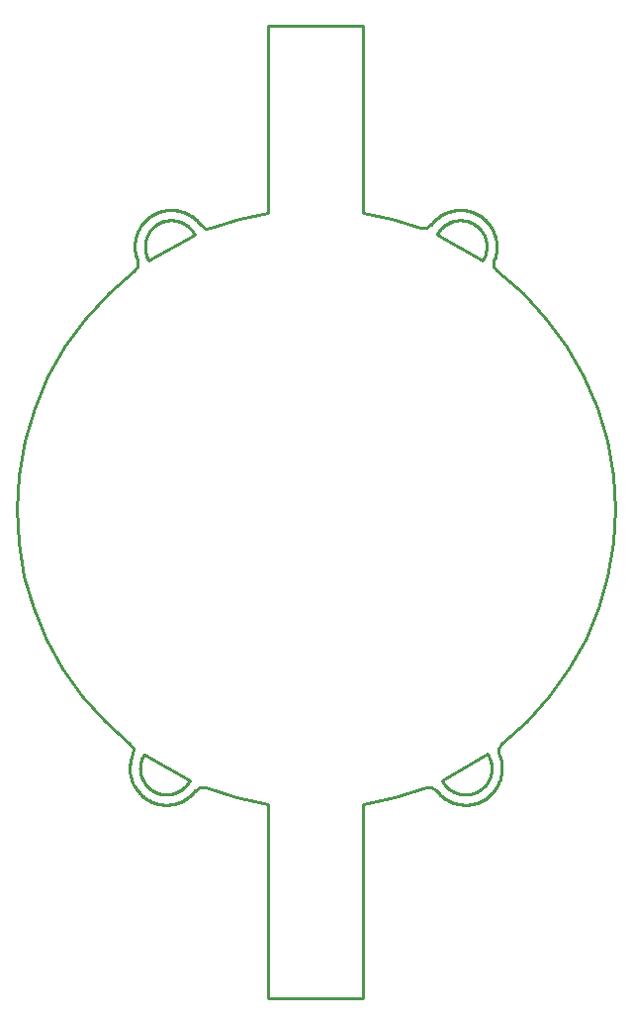
<source format=gko>
G04 EAGLE Gerber RS-274X export*
G75*
%MOMM*%
%FSLAX34Y34*%
%LPD*%
%INBoard Outline*%
%IPPOS*%
%AMOC8*
5,1,8,0,0,1.08239X$1,22.5*%
G01*
%ADD10C,0.254000*%
%ADD11C,0.254000*%


D10*
X215653Y165620D02*
X215653Y0D01*
X296562Y0D01*
X296562Y165561D01*
X323919Y171393D01*
X350454Y180214D01*
X355251Y180455D01*
X359206Y177743D01*
X359671Y177140D01*
X360150Y176548D01*
X360644Y175968D01*
X361152Y175400D01*
X361673Y174845D01*
X362207Y174303D01*
X362755Y173774D01*
X363316Y173258D01*
X363888Y172757D01*
X364473Y172269D01*
X365070Y171796D01*
X365678Y171337D01*
X366297Y170893D01*
X366926Y170465D01*
X367566Y170052D01*
X368216Y169655D01*
X368875Y169274D01*
X369543Y168908D01*
X370220Y168560D01*
X370906Y168228D01*
X371599Y167912D01*
X372300Y167614D01*
X373007Y167333D01*
X373722Y167069D01*
X374442Y166823D01*
X375169Y166594D01*
X375900Y166383D01*
X376637Y166190D01*
X377378Y166015D01*
X378123Y165858D01*
X378872Y165719D01*
X379624Y165599D01*
X380379Y165496D01*
X381135Y165413D01*
X381894Y165348D01*
X382654Y165301D01*
X383415Y165273D01*
X384177Y165263D01*
X384938Y165272D01*
X385699Y165299D01*
X386459Y165345D01*
X387218Y165410D01*
X387975Y165493D01*
X388730Y165594D01*
X389482Y165714D01*
X390231Y165852D01*
X390976Y166008D01*
X391717Y166183D01*
X392454Y166375D01*
X393186Y166586D01*
X393913Y166814D01*
X394633Y167059D01*
X395348Y167323D01*
X396056Y167603D01*
X396757Y167901D01*
X397450Y168215D01*
X398136Y168547D01*
X398813Y168895D01*
X399482Y169260D01*
X400141Y169640D01*
X400791Y170037D01*
X401432Y170449D01*
X402062Y170877D01*
X402681Y171320D01*
X403289Y171778D01*
X403886Y172251D01*
X404472Y172738D01*
X405045Y173239D01*
X405606Y173754D01*
X406154Y174283D01*
X406689Y174825D01*
X407211Y175379D01*
X407719Y175946D01*
X408213Y176526D01*
X408693Y177117D01*
X409159Y177720D01*
X409609Y178334D01*
X410045Y178959D01*
X410465Y179594D01*
X410869Y180239D01*
X411258Y180894D01*
X411630Y181558D01*
X411987Y182231D01*
X412326Y182913D01*
X412649Y183602D01*
X412955Y184300D01*
X413245Y185004D01*
X413516Y185715D01*
X413771Y186433D01*
X414008Y187157D01*
X414227Y187886D01*
X414428Y188621D01*
X414611Y189360D01*
X414777Y190103D01*
X414924Y190850D01*
X415053Y191601D01*
X415163Y192354D01*
X415255Y193110D01*
X415329Y193868D01*
X415384Y194628D01*
X415421Y195388D01*
X415439Y196150D01*
X415438Y196911D01*
X415419Y197673D01*
X415382Y198433D01*
X415326Y199193D01*
X415251Y199950D01*
X415158Y200706D01*
X415047Y201460D01*
X414917Y202210D01*
X414769Y202957D01*
X414603Y203700D01*
X414419Y204439D01*
X414217Y205173D01*
X413997Y205902D01*
X413759Y206626D01*
X413504Y207343D01*
X413232Y208054D01*
X412942Y208759D01*
X412575Y213551D01*
X415185Y217577D01*
X436725Y236697D01*
X456007Y258118D01*
X472736Y281512D01*
X486738Y306647D01*
X497834Y333259D01*
X505808Y360843D01*
X510609Y389121D01*
X512214Y417889D01*
X510507Y447326D01*
X505425Y476268D01*
X497024Y504471D01*
X485404Y531598D01*
X470793Y557183D01*
X453378Y580960D01*
X433372Y602650D01*
X411082Y621912D01*
X408413Y625910D01*
X408716Y630700D01*
X408996Y631408D01*
X409259Y632123D01*
X409504Y632844D01*
X409732Y633571D01*
X409942Y634303D01*
X410134Y635040D01*
X410308Y635781D01*
X410464Y636527D01*
X410602Y637276D01*
X410721Y638028D01*
X410822Y638783D01*
X410905Y639540D01*
X410969Y640299D01*
X411014Y641059D01*
X411041Y641820D01*
X411050Y642582D01*
X411040Y643343D01*
X411011Y644104D01*
X410964Y644864D01*
X410899Y645623D01*
X410815Y646380D01*
X410712Y647135D01*
X410591Y647887D01*
X410452Y648635D01*
X410295Y649380D01*
X410119Y650122D01*
X409926Y650858D01*
X409714Y651590D01*
X409485Y652316D01*
X409238Y653037D01*
X408974Y653751D01*
X408692Y654458D01*
X408394Y655159D01*
X408078Y655852D01*
X407745Y656537D01*
X407396Y657214D01*
X407031Y657882D01*
X406649Y658541D01*
X406251Y659191D01*
X405838Y659830D01*
X405409Y660460D01*
X404965Y661079D01*
X404506Y661686D01*
X404033Y662283D01*
X403545Y662867D01*
X403042Y663440D01*
X402527Y664000D01*
X401997Y664548D01*
X401454Y665082D01*
X400899Y665603D01*
X400331Y666110D01*
X399751Y666604D01*
X399159Y667083D01*
X398555Y667547D01*
X397940Y667997D01*
X397315Y668431D01*
X396679Y668850D01*
X396033Y669254D01*
X395378Y669642D01*
X394713Y670013D01*
X394039Y670368D01*
X393357Y670707D01*
X392667Y671029D01*
X391969Y671334D01*
X391264Y671622D01*
X390552Y671893D01*
X389834Y672146D01*
X389110Y672382D01*
X388380Y672600D01*
X387645Y672800D01*
X386906Y672982D01*
X386162Y673147D01*
X385415Y673292D01*
X384664Y673420D01*
X383910Y673530D01*
X383154Y673620D01*
X382396Y673693D01*
X381636Y673747D01*
X380875Y673782D01*
X380114Y673799D01*
X379353Y673798D01*
X378591Y673778D01*
X377831Y673739D01*
X377071Y673682D01*
X376313Y673606D01*
X375558Y673512D01*
X374804Y673399D01*
X374054Y673268D01*
X373307Y673119D01*
X372564Y672952D01*
X371826Y672766D01*
X371092Y672563D01*
X370363Y672342D01*
X369640Y672103D01*
X368923Y671847D01*
X368212Y671573D01*
X367508Y671282D01*
X366812Y670974D01*
X366123Y670649D01*
X365442Y670307D01*
X364770Y669949D01*
X364107Y669575D01*
X363453Y669184D01*
X362809Y668778D01*
X362175Y668356D01*
X361551Y667919D01*
X360938Y667467D01*
X360337Y667000D01*
X359747Y666518D01*
X359169Y666022D01*
X358603Y665513D01*
X358050Y664989D01*
X357509Y664453D01*
X356982Y663903D01*
X356469Y663341D01*
X355969Y662766D01*
X355483Y662179D01*
X355012Y661581D01*
X354556Y660971D01*
X350634Y658202D01*
X345844Y658377D01*
X321547Y666175D01*
X296562Y671442D01*
X296562Y831445D01*
X215653Y831445D01*
X215653Y671383D01*
X190680Y666091D01*
X166386Y658312D01*
X161586Y658147D01*
X157674Y660922D01*
X157219Y661533D01*
X156749Y662132D01*
X156264Y662719D01*
X155766Y663295D01*
X155254Y663858D01*
X154728Y664409D01*
X154188Y664947D01*
X153636Y665471D01*
X153071Y665982D01*
X152494Y666479D01*
X151905Y666961D01*
X151305Y667430D01*
X150693Y667883D01*
X150070Y668321D01*
X149437Y668744D01*
X148794Y669152D01*
X148141Y669544D01*
X147478Y669919D01*
X146807Y670279D01*
X146127Y670622D01*
X145439Y670948D01*
X144743Y671257D01*
X144040Y671550D01*
X143330Y671825D01*
X142614Y672083D01*
X141891Y672323D01*
X141163Y672546D01*
X140429Y672750D01*
X139691Y672937D01*
X138949Y673106D01*
X138202Y673257D01*
X137452Y673389D01*
X136699Y673503D01*
X135944Y673599D01*
X135186Y673676D01*
X134427Y673735D01*
X133667Y673775D01*
X132905Y673797D01*
X132144Y673800D01*
X131383Y673785D01*
X130622Y673751D01*
X129862Y673698D01*
X129104Y673627D01*
X128348Y673538D01*
X127594Y673430D01*
X126843Y673304D01*
X126095Y673160D01*
X125351Y672997D01*
X124612Y672816D01*
X123876Y672618D01*
X123146Y672401D01*
X122422Y672167D01*
X121703Y671915D01*
X120991Y671646D01*
X120285Y671360D01*
X119587Y671056D01*
X118896Y670736D01*
X118213Y670398D01*
X117539Y670044D01*
X116873Y669674D01*
X116217Y669288D01*
X115571Y668886D01*
X114934Y668468D01*
X114307Y668035D01*
X113692Y667587D01*
X113087Y667124D01*
X112494Y666646D01*
X111913Y666154D01*
X111344Y665648D01*
X110788Y665128D01*
X110244Y664595D01*
X109713Y664049D01*
X109196Y663490D01*
X108693Y662918D01*
X108204Y662335D01*
X107729Y661739D01*
X107269Y661133D01*
X106823Y660515D01*
X106393Y659887D01*
X105979Y659248D01*
X105580Y658599D01*
X105197Y657941D01*
X104830Y657274D01*
X104479Y656598D01*
X104145Y655914D01*
X103828Y655221D01*
X103528Y654521D01*
X103244Y653815D01*
X102979Y653101D01*
X102730Y652381D01*
X102500Y651655D01*
X102287Y650924D01*
X102092Y650188D01*
X101915Y649448D01*
X101756Y648703D01*
X101615Y647954D01*
X101492Y647203D01*
X101388Y646449D01*
X101302Y645692D01*
X101235Y644933D01*
X101186Y644173D01*
X101156Y643413D01*
X101144Y642651D01*
X101151Y641890D01*
X101176Y641129D01*
X101220Y640368D01*
X101283Y639609D01*
X101364Y638852D01*
X101463Y638097D01*
X101581Y637345D01*
X101717Y636596D01*
X101871Y635850D01*
X102043Y635108D01*
X102234Y634371D01*
X102442Y633638D01*
X102668Y632911D01*
X102912Y632190D01*
X103173Y631475D01*
X103451Y630766D01*
X103452Y630766D02*
X103742Y625968D01*
X101067Y621984D01*
X78721Y602741D01*
X58683Y581055D01*
X41271Y557279D01*
X26677Y531675D01*
X15089Y504512D01*
X6734Y476297D01*
X1691Y447346D01*
X2Y417889D01*
X1604Y389109D01*
X6401Y360803D01*
X14380Y333177D01*
X25478Y306554D01*
X39488Y281417D01*
X56252Y258007D01*
X75572Y236595D01*
X97124Y217523D01*
X99743Y213494D01*
X99382Y208710D01*
X99094Y208006D01*
X98822Y207294D01*
X98568Y206577D01*
X98332Y205853D01*
X98113Y205123D01*
X97912Y204389D01*
X97730Y203650D01*
X97565Y202906D01*
X97418Y202159D01*
X97290Y201409D01*
X97180Y200655D01*
X97088Y199899D01*
X97015Y199141D01*
X96960Y198382D01*
X96924Y197621D01*
X96906Y196860D01*
X96907Y196099D01*
X96926Y195337D01*
X96964Y194577D01*
X97021Y193818D01*
X97095Y193060D01*
X97189Y192304D01*
X97301Y191551D01*
X97431Y190801D01*
X97579Y190054D01*
X97746Y189311D01*
X97930Y188572D01*
X98133Y187838D01*
X98353Y187109D01*
X98591Y186386D01*
X98846Y185669D01*
X99119Y184958D01*
X99409Y184254D01*
X99717Y183557D01*
X100041Y182868D01*
X100382Y182187D01*
X100739Y181515D01*
X101113Y180851D01*
X101502Y180197D01*
X101908Y179553D01*
X102329Y178918D01*
X102765Y178294D01*
X103217Y177681D01*
X103683Y177079D01*
X104164Y176488D01*
X104659Y175910D01*
X105168Y175344D01*
X105690Y174790D01*
X106226Y174249D01*
X106775Y173721D01*
X107337Y173207D01*
X107911Y172707D01*
X108497Y172221D01*
X109095Y171749D01*
X109704Y171292D01*
X110324Y170850D01*
X110954Y170423D01*
X111595Y170012D01*
X112246Y169616D01*
X112906Y169237D01*
X113575Y168873D01*
X114253Y168526D01*
X114939Y168196D01*
X115633Y167882D01*
X116334Y167586D01*
X117042Y167306D01*
X117757Y167044D01*
X118478Y166800D01*
X119205Y166573D01*
X119937Y166364D01*
X120674Y166172D01*
X121416Y165999D01*
X122161Y165844D01*
X122910Y165707D01*
X123662Y165588D01*
X124417Y165488D01*
X125174Y165406D01*
X125933Y165343D01*
X126693Y165298D01*
X127454Y165272D01*
X128216Y165264D01*
X128977Y165275D01*
X129738Y165304D01*
X130498Y165352D01*
X131256Y165418D01*
X132013Y165503D01*
X132767Y165606D01*
X133519Y165728D01*
X134268Y165868D01*
X135012Y166026D01*
X135753Y166202D01*
X136490Y166396D01*
X137221Y166608D01*
X137947Y166838D01*
X138667Y167085D01*
X139381Y167350D01*
X140088Y167632D01*
X140788Y167932D01*
X141481Y168248D01*
X142166Y168581D01*
X142842Y168931D01*
X143510Y169297D01*
X144168Y169679D01*
X144817Y170077D01*
X145456Y170491D01*
X146085Y170920D01*
X146704Y171365D01*
X147311Y171824D01*
X147907Y172298D01*
X148491Y172787D01*
X149063Y173289D01*
X149622Y173806D01*
X150169Y174336D01*
X150703Y174878D01*
X151224Y175434D01*
X151730Y176003D01*
X152223Y176583D01*
X152702Y177176D01*
X153166Y177779D01*
X153165Y177779D02*
X157125Y180499D01*
X161916Y180261D01*
X188372Y171476D02*
X215653Y165620D01*
X188372Y171476D02*
X161916Y180261D01*
X364229Y186132D02*
X403162Y208611D01*
X403452Y208143D01*
X403731Y207668D01*
X403998Y207187D01*
X404253Y206699D01*
X404496Y206205D01*
X404728Y205705D01*
X404946Y205200D01*
X405153Y204690D01*
X405346Y204175D01*
X405527Y203655D01*
X405696Y203131D01*
X405851Y202603D01*
X405994Y202071D01*
X406123Y201536D01*
X406240Y200998D01*
X406343Y200457D01*
X406433Y199914D01*
X406509Y199369D01*
X406572Y198822D01*
X406622Y198273D01*
X406658Y197724D01*
X406681Y197174D01*
X406691Y196624D01*
X406687Y196073D01*
X406669Y195523D01*
X406638Y194973D01*
X406594Y194425D01*
X406536Y193877D01*
X406465Y193331D01*
X406380Y192787D01*
X406283Y192246D01*
X406172Y191706D01*
X406047Y191170D01*
X405910Y190637D01*
X405760Y190107D01*
X405597Y189582D01*
X405421Y189060D01*
X405232Y188543D01*
X405031Y188030D01*
X404817Y187523D01*
X404591Y187021D01*
X404353Y186525D01*
X404102Y186035D01*
X403840Y185551D01*
X403566Y185073D01*
X403280Y184603D01*
X402983Y184139D01*
X402675Y183683D01*
X402355Y183235D01*
X402025Y182794D01*
X401684Y182362D01*
X401333Y181939D01*
X400971Y181524D01*
X400599Y181117D01*
X400218Y180721D01*
X399826Y180333D01*
X399426Y179956D01*
X399016Y179588D01*
X398598Y179230D01*
X398171Y178883D01*
X397735Y178546D01*
X397292Y178220D01*
X396840Y177905D01*
X396381Y177601D01*
X395915Y177309D01*
X395441Y177028D01*
X394961Y176758D01*
X394475Y176501D01*
X393982Y176255D01*
X393484Y176022D01*
X392979Y175800D01*
X392470Y175592D01*
X391956Y175395D01*
X391437Y175212D01*
X390913Y175041D01*
X390386Y174883D01*
X389855Y174738D01*
X389321Y174606D01*
X388783Y174487D01*
X388243Y174381D01*
X387700Y174288D01*
X387155Y174209D01*
X386609Y174143D01*
X386061Y174091D01*
X385512Y174052D01*
X384962Y174026D01*
X384412Y174014D01*
X383861Y174015D01*
X383311Y174030D01*
X382761Y174058D01*
X382212Y174100D01*
X381664Y174155D01*
X381118Y174224D01*
X380574Y174306D01*
X380031Y174401D01*
X379492Y174509D01*
X378955Y174631D01*
X378421Y174765D01*
X377891Y174913D01*
X377364Y175074D01*
X376842Y175247D01*
X376324Y175433D01*
X375810Y175632D01*
X375302Y175843D01*
X374799Y176067D01*
X374302Y176303D01*
X373810Y176551D01*
X373325Y176811D01*
X372846Y177083D01*
X372374Y177366D01*
X371909Y177661D01*
X371452Y177967D01*
X371002Y178284D01*
X370560Y178612D01*
X370126Y178951D01*
X369700Y179300D01*
X369284Y179660D01*
X368876Y180030D01*
X368477Y180410D01*
X368088Y180799D01*
X367708Y181197D01*
X367338Y181605D01*
X366979Y182022D01*
X366629Y182447D01*
X366291Y182881D01*
X365962Y183323D01*
X365645Y183773D01*
X365339Y184231D01*
X365044Y184696D01*
X364761Y185168D01*
X364489Y185646D01*
X364229Y186132D01*
X398934Y630712D02*
X359698Y652656D01*
X359951Y653145D01*
X360217Y653627D01*
X360494Y654103D01*
X360782Y654572D01*
X361082Y655034D01*
X361393Y655488D01*
X361715Y655934D01*
X362048Y656373D01*
X362391Y656803D01*
X362745Y657225D01*
X363109Y657638D01*
X363483Y658042D01*
X363867Y658436D01*
X364261Y658821D01*
X364664Y659197D01*
X365075Y659562D01*
X365496Y659917D01*
X365925Y660262D01*
X366363Y660596D01*
X366808Y660919D01*
X367261Y661232D01*
X367722Y661533D01*
X368190Y661823D01*
X368665Y662101D01*
X369147Y662368D01*
X369635Y662622D01*
X370129Y662865D01*
X370629Y663096D01*
X371135Y663314D01*
X371645Y663520D01*
X372161Y663713D01*
X372681Y663894D01*
X373205Y664061D01*
X373733Y664216D01*
X374265Y664358D01*
X374801Y664487D01*
X375339Y664603D01*
X375880Y664706D01*
X376423Y664795D01*
X376968Y664871D01*
X377515Y664934D01*
X378063Y664983D01*
X378613Y665019D01*
X379163Y665041D01*
X379713Y665050D01*
X380264Y665045D01*
X380814Y665027D01*
X381364Y664996D01*
X381912Y664951D01*
X382460Y664892D01*
X383006Y664821D01*
X383550Y664736D01*
X384091Y664637D01*
X384630Y664526D01*
X385167Y664401D01*
X385700Y664263D01*
X386229Y664112D01*
X386755Y663949D01*
X387276Y663772D01*
X387793Y663583D01*
X388305Y663381D01*
X388812Y663167D01*
X389314Y662940D01*
X389810Y662701D01*
X390300Y662450D01*
X390784Y662187D01*
X391261Y661913D01*
X391731Y661627D01*
X392194Y661329D01*
X392650Y661020D01*
X393098Y660700D01*
X393538Y660370D01*
X393970Y660028D01*
X394394Y659676D01*
X394808Y659314D01*
X395214Y658942D01*
X395610Y658560D01*
X395997Y658168D01*
X396375Y657767D01*
X396742Y657357D01*
X397099Y656938D01*
X397446Y656511D01*
X397782Y656075D01*
X398108Y655631D01*
X398422Y655179D01*
X398726Y654720D01*
X399018Y654253D01*
X399298Y653779D01*
X399567Y653299D01*
X399824Y652812D01*
X400069Y652319D01*
X400302Y651820D01*
X400523Y651316D01*
X400731Y650806D01*
X400927Y650292D01*
X401110Y649773D01*
X401281Y649249D01*
X401438Y648722D01*
X401583Y648190D01*
X401714Y647656D01*
X401832Y647118D01*
X401938Y646578D01*
X402029Y646035D01*
X402108Y645490D01*
X402173Y644944D01*
X402225Y644395D01*
X402264Y643846D01*
X402289Y643296D01*
X402300Y642746D01*
X402298Y642195D01*
X402283Y641645D01*
X402254Y641095D01*
X402212Y640546D01*
X402156Y639999D01*
X402087Y639452D01*
X402004Y638908D01*
X401909Y638366D01*
X401800Y637826D01*
X401677Y637290D01*
X401542Y636756D01*
X401394Y636226D01*
X401233Y635699D01*
X401059Y635177D01*
X400872Y634659D01*
X400673Y634146D01*
X400461Y633638D01*
X400236Y633135D01*
X400000Y632638D01*
X399751Y632147D01*
X399491Y631662D01*
X399219Y631183D01*
X398935Y630712D01*
X148132Y186163D02*
X109162Y208578D01*
X108873Y208110D01*
X108595Y207634D01*
X108329Y207153D01*
X108074Y206664D01*
X107832Y206170D01*
X107602Y205670D01*
X107384Y205165D01*
X107178Y204654D01*
X106986Y204138D01*
X106805Y203618D01*
X106638Y203094D01*
X106483Y202565D01*
X106342Y202034D01*
X106213Y201498D01*
X106098Y200960D01*
X105996Y200419D01*
X105907Y199876D01*
X105831Y199331D01*
X105769Y198784D01*
X105720Y198235D01*
X105685Y197686D01*
X105663Y197136D01*
X105654Y196586D01*
X105659Y196035D01*
X105677Y195485D01*
X105709Y194935D01*
X105755Y194387D01*
X105813Y193839D01*
X105885Y193294D01*
X105971Y192750D01*
X106070Y192208D01*
X106182Y191669D01*
X106307Y191133D01*
X106445Y190600D01*
X106596Y190071D01*
X106760Y189546D01*
X106937Y189024D01*
X107126Y188508D01*
X107328Y187996D01*
X107543Y187489D01*
X107770Y186987D01*
X108009Y186491D01*
X108260Y186001D01*
X108523Y185518D01*
X108798Y185041D01*
X109085Y184571D01*
X109383Y184108D01*
X109692Y183652D01*
X110012Y183205D01*
X110343Y182765D01*
X110685Y182333D01*
X111037Y181910D01*
X111399Y181496D01*
X111771Y181090D01*
X112154Y180694D01*
X112545Y180307D01*
X112947Y179930D01*
X113357Y179563D01*
X113776Y179206D01*
X114203Y178860D01*
X114640Y178524D01*
X115084Y178199D01*
X115536Y177884D01*
X115995Y177581D01*
X116462Y177289D01*
X116936Y177009D01*
X117416Y176741D01*
X117903Y176484D01*
X118396Y176239D01*
X118895Y176006D01*
X119399Y175786D01*
X119909Y175578D01*
X120424Y175383D01*
X120943Y175200D01*
X121467Y175030D01*
X121994Y174873D01*
X122525Y174728D01*
X123060Y174597D01*
X123598Y174479D01*
X124138Y174374D01*
X124681Y174283D01*
X125226Y174204D01*
X125772Y174139D01*
X126320Y174088D01*
X126870Y174050D01*
X127420Y174025D01*
X127970Y174014D01*
X128520Y174016D01*
X129071Y174032D01*
X129620Y174061D01*
X130169Y174103D01*
X130717Y174159D01*
X131263Y174229D01*
X131807Y174312D01*
X132349Y174408D01*
X132889Y174517D01*
X133425Y174639D01*
X133959Y174775D01*
X134489Y174923D01*
X135015Y175085D01*
X135537Y175259D01*
X136055Y175446D01*
X136568Y175645D01*
X137076Y175858D01*
X137579Y176082D01*
X138076Y176319D01*
X138567Y176567D01*
X139052Y176828D01*
X139530Y177101D01*
X140001Y177385D01*
X140466Y177680D01*
X140923Y177987D01*
X141372Y178305D01*
X141814Y178634D01*
X142247Y178973D01*
X142672Y179323D01*
X143088Y179684D01*
X143495Y180054D01*
X143893Y180434D01*
X144282Y180824D01*
X144661Y181223D01*
X145030Y181632D01*
X145389Y182049D01*
X145738Y182475D01*
X146076Y182909D01*
X146403Y183352D01*
X146720Y183802D01*
X147025Y184260D01*
X147319Y184726D01*
X147602Y185198D01*
X147873Y185677D01*
X148132Y186163D01*
X113233Y630757D02*
X152519Y652614D01*
X152518Y652614D02*
X152266Y653103D01*
X152002Y653586D01*
X151726Y654063D01*
X151439Y654532D01*
X151140Y654994D01*
X150830Y655449D01*
X150509Y655896D01*
X150177Y656336D01*
X149834Y656767D01*
X149481Y657189D01*
X149118Y657603D01*
X148745Y658007D01*
X148362Y658403D01*
X147969Y658789D01*
X147567Y659165D01*
X147156Y659531D01*
X146737Y659887D01*
X146308Y660233D01*
X145871Y660568D01*
X145427Y660892D01*
X144974Y661206D01*
X144514Y661508D01*
X144046Y661799D01*
X143572Y662078D01*
X143091Y662346D01*
X142604Y662601D01*
X142110Y662845D01*
X141611Y663077D01*
X141106Y663296D01*
X140596Y663503D01*
X140080Y663697D01*
X139561Y663879D01*
X139037Y664048D01*
X138509Y664204D01*
X137977Y664347D01*
X137443Y664477D01*
X136905Y664594D01*
X136364Y664698D01*
X135821Y664788D01*
X135276Y664866D01*
X134729Y664930D01*
X134181Y664980D01*
X133632Y665017D01*
X133082Y665040D01*
X132531Y665051D01*
X131981Y665047D01*
X131431Y665030D01*
X130881Y665000D01*
X130332Y664956D01*
X129785Y664899D01*
X129239Y664829D01*
X128695Y664745D01*
X128153Y664648D01*
X127613Y664537D01*
X127077Y664414D01*
X126544Y664277D01*
X126014Y664127D01*
X125488Y663965D01*
X124966Y663790D01*
X124449Y663601D01*
X123936Y663401D01*
X123429Y663188D01*
X122926Y662962D01*
X122430Y662724D01*
X121939Y662475D01*
X121455Y662213D01*
X120977Y661939D01*
X120506Y661654D01*
X120043Y661358D01*
X119586Y661050D01*
X119137Y660731D01*
X118697Y660401D01*
X118264Y660061D01*
X117840Y659710D01*
X117424Y659349D01*
X117018Y658977D01*
X116621Y658596D01*
X116233Y658206D01*
X115855Y657806D01*
X115486Y657396D01*
X115128Y656978D01*
X114781Y656552D01*
X114443Y656116D01*
X114117Y655673D01*
X113801Y655222D01*
X113497Y654764D01*
X113204Y654298D01*
X112922Y653825D01*
X112652Y653345D01*
X112394Y652859D01*
X112148Y652366D01*
X111914Y651868D01*
X111692Y651364D01*
X111482Y650855D01*
X111286Y650341D01*
X111101Y649822D01*
X110930Y649299D01*
X110771Y648772D01*
X110625Y648241D01*
X110493Y647707D01*
X110373Y647169D01*
X110267Y646629D01*
X110174Y646087D01*
X110094Y645542D01*
X110027Y644996D01*
X109974Y644448D01*
X109934Y643899D01*
X109908Y643349D01*
X109895Y642798D01*
X109896Y642248D01*
X109910Y641698D01*
X109938Y641148D01*
X109979Y640599D01*
X110033Y640051D01*
X110101Y639505D01*
X110182Y638960D01*
X110277Y638418D01*
X110385Y637878D01*
X110505Y637341D01*
X110640Y636807D01*
X110787Y636277D01*
X110947Y635750D01*
X111119Y635227D01*
X111305Y634709D01*
X111503Y634195D01*
X111714Y633687D01*
X111937Y633183D01*
X112172Y632686D01*
X112419Y632194D01*
X112679Y631708D01*
X112950Y631229D01*
X113233Y630757D01*
D11*
X2Y417889D02*
X1604Y389109D01*
X6401Y360803D01*
X14380Y333177D01*
X25478Y306554D01*
X39488Y281417D01*
X56252Y258007D01*
X75572Y236595D01*
X97124Y217523D01*
X99743Y213494D01*
X99382Y208710D01*
X98429Y206156D01*
X97701Y203529D01*
X97206Y200848D01*
X96946Y198134D01*
X96923Y195408D01*
X97138Y192690D01*
X97590Y190002D01*
X98274Y187363D01*
X99185Y184793D01*
X100317Y182313D01*
X101660Y179941D01*
X103205Y177695D01*
X104940Y175592D01*
X106852Y173649D01*
X108926Y171879D01*
X111146Y170297D01*
X113496Y168915D01*
X115957Y167742D01*
X118511Y166789D01*
X121139Y166061D01*
X123819Y165566D01*
X126533Y165306D01*
X129259Y165283D01*
X131977Y165499D01*
X134666Y165950D01*
X137305Y166634D01*
X139874Y167545D01*
X142354Y168677D01*
X144726Y170020D01*
X146972Y171565D01*
X149075Y173301D01*
X151019Y175212D01*
X152788Y177286D01*
X153165Y177779D01*
X157125Y180499D01*
X161916Y180261D01*
X188372Y171476D01*
X215653Y165620D01*
X215653Y0D01*
X296562Y0D01*
X296562Y165561D01*
X323919Y171393D01*
X350454Y180214D01*
X355251Y180455D01*
X359206Y177743D01*
X360937Y175637D01*
X362845Y173690D01*
X364915Y171916D01*
X367133Y170330D01*
X369480Y168943D01*
X371939Y167765D01*
X374491Y166807D01*
X377117Y166074D01*
X379797Y165574D01*
X382510Y165308D01*
X385236Y165281D01*
X387954Y165491D01*
X390644Y165937D01*
X393284Y166615D01*
X395855Y167522D01*
X398338Y168648D01*
X400712Y169987D01*
X402961Y171528D01*
X405067Y173259D01*
X407015Y175167D01*
X408788Y177238D01*
X410375Y179455D01*
X411762Y181802D01*
X412939Y184261D01*
X413898Y186813D01*
X414630Y189439D01*
X415131Y192119D01*
X415396Y194832D01*
X415424Y197558D01*
X415214Y200276D01*
X414768Y202966D01*
X414089Y205606D01*
X413183Y208177D01*
X412942Y208759D01*
X412575Y213551D01*
X415185Y217577D01*
X436725Y236697D01*
X456007Y258118D01*
X472736Y281512D01*
X486738Y306647D01*
X497834Y333259D01*
X505808Y360843D01*
X510609Y389121D01*
X512214Y417889D01*
X510507Y447326D01*
X505425Y476268D01*
X497024Y504471D01*
X485404Y531598D01*
X470793Y557183D01*
X453378Y580960D01*
X433372Y602650D01*
X411082Y621912D01*
X408413Y625910D01*
X408716Y630700D01*
X409639Y633265D01*
X410335Y635901D01*
X410798Y638588D01*
X411025Y641305D01*
X411015Y644031D01*
X410768Y646746D01*
X410284Y649429D01*
X409569Y652059D01*
X408627Y654618D01*
X407465Y657084D01*
X406093Y659440D01*
X404521Y661667D01*
X402761Y663749D01*
X400826Y665670D01*
X398731Y667414D01*
X396492Y668970D01*
X394126Y670324D01*
X391651Y671467D01*
X389086Y672390D01*
X386450Y673085D01*
X383763Y673549D01*
X381047Y673776D01*
X378320Y673766D01*
X375606Y673518D01*
X372922Y673035D01*
X370292Y672319D01*
X367734Y671377D01*
X365267Y670216D01*
X362911Y668844D01*
X360684Y667272D01*
X358602Y665512D01*
X356681Y663577D01*
X354937Y661482D01*
X354556Y660971D01*
X350634Y658202D01*
X345844Y658377D01*
X321547Y666175D01*
X296562Y671442D01*
X296562Y831445D01*
X215653Y831445D01*
X215653Y671383D01*
X190680Y666091D01*
X166386Y658312D01*
X161586Y658147D01*
X157674Y660922D01*
X155977Y663055D01*
X154100Y665033D01*
X152058Y666839D01*
X149866Y668460D01*
X147542Y669884D01*
X145102Y671101D01*
X142565Y672099D01*
X139951Y672873D01*
X137280Y673417D01*
X134571Y673725D01*
X131846Y673796D01*
X129125Y673629D01*
X126428Y673226D01*
X123778Y672589D01*
X121192Y671724D01*
X118692Y670637D01*
X116297Y669336D01*
X114023Y667831D01*
X111890Y666133D01*
X109913Y664257D01*
X108107Y662215D01*
X106485Y660023D01*
X105061Y657698D01*
X103845Y655259D01*
X102846Y652722D01*
X102072Y650108D01*
X101529Y647436D01*
X101220Y644728D01*
X101149Y642002D01*
X101316Y639281D01*
X101719Y636585D01*
X102356Y633934D01*
X103221Y631349D01*
X103452Y630766D01*
X103742Y625968D01*
X101067Y621984D01*
X78721Y602741D01*
X58683Y581055D01*
X41271Y557279D01*
X26677Y531675D01*
X15089Y504512D01*
X6734Y476297D01*
X1691Y447346D01*
X2Y417889D01*
X398934Y630712D02*
X398946Y630731D01*
X399903Y632445D01*
X400707Y634235D01*
X401352Y636089D01*
X401834Y637992D01*
X402147Y639930D01*
X402290Y641887D01*
X402263Y643850D01*
X402064Y645803D01*
X401696Y647731D01*
X401161Y649619D01*
X400464Y651454D01*
X399609Y653221D01*
X398604Y654907D01*
X397455Y656499D01*
X396172Y657984D01*
X394765Y659352D01*
X393243Y660593D01*
X391620Y661696D01*
X389906Y662653D01*
X388116Y663457D01*
X386262Y664102D01*
X384359Y664583D01*
X382421Y664897D01*
X380464Y665040D01*
X378501Y665012D01*
X376548Y664814D01*
X374620Y664446D01*
X372732Y663911D01*
X370897Y663213D01*
X369130Y662359D01*
X367444Y661353D01*
X365852Y660205D01*
X364367Y658922D01*
X362999Y657515D01*
X361758Y655993D01*
X360655Y654370D01*
X359698Y652656D01*
X398934Y630712D01*
X109162Y208578D02*
X109154Y208565D01*
X108176Y206863D01*
X107350Y205083D01*
X106682Y203237D01*
X106178Y201340D01*
X105841Y199406D01*
X105673Y197450D01*
X105677Y195488D01*
X105852Y193532D01*
X106197Y191600D01*
X106709Y189705D01*
X107383Y187862D01*
X108217Y186085D01*
X109201Y184387D01*
X110330Y182781D01*
X111595Y181280D01*
X112986Y179895D01*
X114492Y178636D01*
X116102Y177513D01*
X117804Y176535D01*
X119584Y175709D01*
X121430Y175041D01*
X123327Y174537D01*
X125261Y174200D01*
X127217Y174033D01*
X129179Y174036D01*
X131135Y174211D01*
X133067Y174556D01*
X134962Y175068D01*
X136805Y175743D01*
X138582Y176576D01*
X140280Y177561D01*
X141886Y178690D01*
X143387Y179954D01*
X144772Y181345D01*
X146031Y182851D01*
X147154Y184461D01*
X148132Y186163D01*
X109162Y208578D01*
X364229Y186132D02*
X364238Y186115D01*
X365220Y184416D01*
X366346Y182808D01*
X367609Y181305D01*
X368997Y179918D01*
X370502Y178657D01*
X372110Y177532D01*
X373810Y176551D01*
X375590Y175722D01*
X377434Y175052D01*
X379331Y174544D01*
X381264Y174204D01*
X383219Y174034D01*
X385182Y174035D01*
X387138Y174207D01*
X389071Y174549D01*
X390966Y175058D01*
X392811Y175730D01*
X394589Y176560D01*
X396289Y177542D01*
X397896Y178669D01*
X399399Y179931D01*
X400786Y181320D01*
X402048Y182824D01*
X403173Y184432D01*
X404153Y186133D01*
X404982Y187912D01*
X405653Y189757D01*
X406160Y191653D01*
X406500Y193586D01*
X406670Y195542D01*
X406669Y197505D01*
X406497Y199460D01*
X406156Y201393D01*
X405647Y203289D01*
X404975Y205133D01*
X404144Y206912D01*
X403162Y208611D01*
X364229Y186132D01*
X152519Y652614D02*
X152511Y652630D01*
X151556Y654345D01*
X150455Y655970D01*
X149217Y657493D01*
X147850Y658903D01*
X146366Y660187D01*
X144776Y661338D01*
X143092Y662346D01*
X141326Y663203D01*
X139492Y663903D01*
X137604Y664440D01*
X135676Y664811D01*
X133724Y665012D01*
X131761Y665042D01*
X129803Y664902D01*
X127865Y664591D01*
X125962Y664112D01*
X124107Y663469D01*
X122315Y662667D01*
X120600Y661712D01*
X118975Y660612D01*
X117452Y659373D01*
X116043Y658007D01*
X114758Y656523D01*
X113607Y654933D01*
X112600Y653248D01*
X111743Y651482D01*
X111043Y649648D01*
X110506Y647761D01*
X110135Y645833D01*
X109934Y643880D01*
X109903Y641918D01*
X110044Y639960D01*
X110355Y638022D01*
X110833Y636118D01*
X111476Y634264D01*
X112278Y632472D01*
X113233Y630757D01*
X152519Y652614D01*
M02*

</source>
